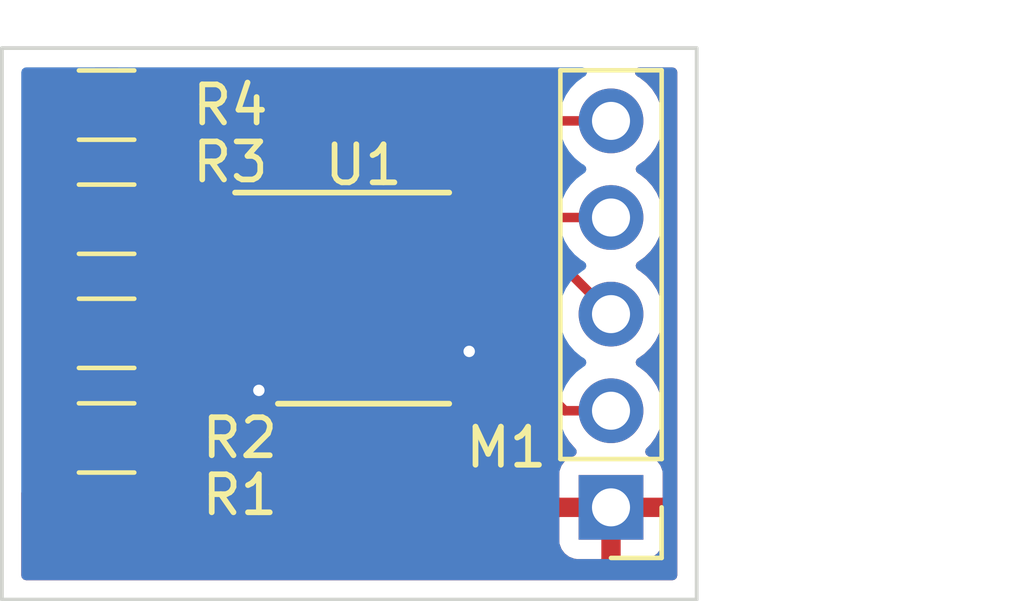
<source format=kicad_pcb>
(kicad_pcb (version 20211014) (generator pcbnew)
  (layers (0 "F.Cu" signal) (31 "B.Cu" signal) (34 "B.Paste" user) (35 "F.Paste" user) (36 "B.SilkS" user "B.Silkscreen") (37 "F.SilkS" user "F.Silkscreen") (38 "B.Mask" user) (39 "F.Mask" user) (44 "Edge.Cuts" user))
  (net 0 "")
  (net 1 "+5V")
  (net 2 "Net-(M1-Pad2)")
  (net 3 "Net-(M1-Pad3)")
  (net 4 "Net-(M1-Pad4)")
  (net 5 "Net-(M1-Pad5)")
  (net 6 "Net-(R1-Pad1)")
  (net 7 "Net-(R2-Pad1)")
  (net 8 "Net-(R3-Pad1)")
  (net 9 "Net-(R4-Pad1)")
  (net 13 "GND")
  (footprint "Resistor_SMD:R_1206_3216Metric" (layer "F.Cu") (at 133.25 87.5 180)
    (fp_text reference "R3" (at -3.25 1.5) (layer "F.SilkS"))
    (fp_text value "4.7K")
    (fp_line (start -0.727064 -0.91) (end 0.727064 -0.91) (layer "F.SilkS") (width 0.12))
    (fp_line (start -0.727064 0.91) (end 0.727064 0.91) (layer "F.SilkS") (width 0.12))
    (pad "1" smd roundrect (at -1.4625 0 180) (size 1.125 1.75) (layers "F.Cu" "F.Paste" "F.Mask") (roundrect_rratio 0.2222222222) (net 8 "Net-(R3-Pad1)"))
    (pad "2" smd roundrect (at 1.4625 0 180) (size 1.125 1.75) (layers "F.Cu" "F.Paste" "F.Mask") (roundrect_rratio 0.2222222222) (net 1 "+5V"))
  )
  (footprint "Package_SO:HTSSOP-16-1EP_4.4x5mm_P0.65mm_EP3.4x5mm" (layer "F.Cu") (at 140 89.625)
    (fp_text reference "U1" (at 0 -3.55) (layer "F.SilkS"))
    (fp_text value "ULN2003A")
    (fp_line (start -2.25 2.725) (end 2.25 2.725) (layer "F.SilkS") (width 0.15))
    (fp_line (start -3.375 -2.825) (end 2.25 -2.825) (layer "F.SilkS") (width 0.15))
    (pad "1" smd rect (at -2.775 -2.275) (size 1.05 0.45) (layers "F.Cu" "F.Paste" "F.Mask") (net 9 "Net-(R4-Pad1)"))
    (pad "2" smd rect (at -2.775 -1.625) (size 1.05 0.45) (layers "F.Cu" "F.Paste" "F.Mask") (net 8 "Net-(R3-Pad1)"))
    (pad "3" smd rect (at -2.775 -0.975) (size 1.05 0.45) (layers "F.Cu" "F.Paste" "F.Mask") (net 7 "Net-(R2-Pad1)"))
    (pad "4" smd rect (at -2.775 -0.325) (size 1.05 0.45) (layers "F.Cu" "F.Paste" "F.Mask") (net 6 "Net-(R1-Pad1)"))
    (pad "5" smd rect (at -2.775 0.325) (size 1.05 0.45) (layers "F.Cu" "F.Paste" "F.Mask"))
    (pad "6" smd rect (at -2.775 0.975) (size 1.05 0.45) (layers "F.Cu" "F.Paste" "F.Mask"))
    (pad "7" smd rect (at -2.775 1.625) (size 1.05 0.45) (layers "F.Cu" "F.Paste" "F.Mask"))
    (pad "8" smd rect (at -2.775 2.275) (size 1.05 0.45) (layers "F.Cu" "F.Paste" "F.Mask") (net 13 "GND"))
    (pad "9" smd rect (at 2.775 2.275) (size 1.05 0.45) (layers "F.Cu" "F.Paste" "F.Mask") (net 1 "+5V"))
    (pad "10" smd rect (at 2.775 1.625) (size 1.05 0.45) (layers "F.Cu" "F.Paste" "F.Mask") (net 13 "GND"))
    (pad "11" smd rect (at 2.775 0.975) (size 1.05 0.45) (layers "F.Cu" "F.Paste" "F.Mask") (net 13 "GND"))
    (pad "12" smd rect (at 2.775 0.325) (size 1.05 0.45) (layers "F.Cu" "F.Paste" "F.Mask") (net 13 "GND"))
    (pad "13" smd rect (at 2.775 -0.325) (size 1.05 0.45) (layers "F.Cu" "F.Paste" "F.Mask") (net 2 "Net-(M1-Pad2)"))
    (pad "14" smd rect (at 2.775 -0.975) (size 1.05 0.45) (layers "F.Cu" "F.Paste" "F.Mask") (net 3 "Net-(M1-Pad3)"))
    (pad "15" smd rect (at 2.775 -1.625) (size 1.05 0.45) (layers "F.Cu" "F.Paste" "F.Mask") (net 4 "Net-(M1-Pad4)"))
    (pad "16" smd rect (at 2.775 -2.275) (size 1.05 0.45) (layers "F.Cu" "F.Paste" "F.Mask") (net 5 "Net-(M1-Pad5)"))
    (pad "17" smd rect (at 0 0) (size 3.4 5) (layers "F.Cu" "F.Mask"))
  )
  (footprint "Resistor_SMD:R_1206_3216Metric" (layer "F.Cu") (at 133.25 90.5 180)
    (fp_text reference "R2" (at -3.5 -2.75) (layer "F.SilkS"))
    (fp_text value "4.7K")
    (fp_line (start -0.727064 -0.91) (end 0.727064 -0.91) (layer "F.SilkS") (width 0.12))
    (fp_line (start -0.727064 0.91) (end 0.727064 0.91) (layer "F.SilkS") (width 0.12))
    (pad "1" smd roundrect (at -1.4625 0 180) (size 1.125 1.75) (layers "F.Cu" "F.Paste" "F.Mask") (roundrect_rratio 0.2222222222) (net 7 "Net-(R2-Pad1)"))
    (pad "2" smd roundrect (at 1.4625 0 180) (size 1.125 1.75) (layers "F.Cu" "F.Paste" "F.Mask") (roundrect_rratio 0.2222222222) (net 1 "+5V"))
  )
  (footprint "Resistor_SMD:R_1206_3216Metric" (layer "F.Cu") (at 133.25 84.5 180)
    (fp_text reference "R4" (at -3.25 0) (layer "F.SilkS"))
    (fp_text value "4.7K")
    (fp_line (start -0.727064 0.91) (end 0.727064 0.91) (layer "F.SilkS") (width 0.12))
    (fp_line (start -0.727064 -0.91) (end 0.727064 -0.91) (layer "F.SilkS") (width 0.12))
    (pad "1" smd roundrect (at -1.4625 0 180) (size 1.125 1.75) (layers "F.Cu" "F.Paste" "F.Mask") (roundrect_rratio 0.2222222222) (net 9 "Net-(R4-Pad1)"))
    (pad "2" smd roundrect (at 1.4625 0 180) (size 1.125 1.75) (layers "F.Cu" "F.Paste" "F.Mask") (roundrect_rratio 0.2222222222) (net 1 "+5V"))
  )
  (footprint "Resistor_SMD:R_1206_3216Metric" (layer "F.Cu") (at 133.25 93.25 180)
    (fp_text reference "R1" (at -3.5 -1.5) (layer "F.SilkS"))
    (fp_text value "4.7K")
    (fp_line (start -0.727064 -0.91) (end 0.727064 -0.91) (layer "F.SilkS") (width 0.12))
    (fp_line (start -0.727064 0.91) (end 0.727064 0.91) (layer "F.SilkS") (width 0.12))
    (pad "1" smd roundrect (at -1.4625 0 180) (size 1.125 1.75) (layers "F.Cu" "F.Paste" "F.Mask") (roundrect_rratio 0.2222222222) (net 6 "Net-(R1-Pad1)"))
    (pad "2" smd roundrect (at 1.4625 0 180) (size 1.125 1.75) (layers "F.Cu" "F.Paste" "F.Mask") (roundrect_rratio 0.2222222222) (net 1 "+5V"))
  )
  (footprint "Connector_PinHeader_2.54mm:PinHeader_1x05_P2.54mm_Vertical" (layer "F.Cu") (at 146.5 95.075 180)
    (fp_text reference "M1" (at 2.75 1.575) (layer "F.SilkS"))
    (fp_text value "Stepper_Motor_unipolar_5pin")
    (fp_line (start -1.33 1.27) (end -1.33 11.49) (layer "F.SilkS") (width 0.12))
    (fp_line (start -1.33 1.27) (end 1.33 1.27) (layer "F.SilkS") (width 0.12))
    (fp_line (start -1.33 0) (end -1.33 -1.33) (layer "F.SilkS") (width 0.12))
    (fp_line (start -1.33 -1.33) (end 0 -1.33) (layer "F.SilkS") (width 0.12))
    (fp_line (start -1.33 11.49) (end 1.33 11.49) (layer "F.SilkS") (width 0.12))
    (fp_line (start 1.33 1.27) (end 1.33 11.49) (layer "F.SilkS") (width 0.12))
    (pad "1" thru_hole rect (at 0 0 180) (size 1.7 1.7) (drill 1) (layers *.Cu *.Mask) (net 1 "+5V"))
    (pad "2" thru_hole oval (at 0 2.54 180) (size 1.7 1.7) (drill 1) (layers *.Cu *.Mask) (net 2 "Net-(M1-Pad2)"))
    (pad "3" thru_hole oval (at 0 5.08 180) (size 1.7 1.7) (drill 1) (layers *.Cu *.Mask) (net 3 "Net-(M1-Pad3)"))
    (pad "4" thru_hole oval (at 0 7.62 180) (size 1.7 1.7) (drill 1) (layers *.Cu *.Mask) (net 4 "Net-(M1-Pad4)"))
    (pad "5" thru_hole oval (at 0 10.16 180) (size 1.7 1.7) (drill 1) (layers *.Cu *.Mask) (net 5 "Net-(M1-Pad5)"))
  )
  (gr_rect (start 130.5 83) (end 148.75 97.5) (layer "Edge.Cuts") (width 0.1) (fill none))
  (segment (start 131.7875 93.25) (end 131.75 93.2875) (width 0.25) (layer "F.Cu") (net 1))
  (segment (start 131.75 93.2875) (end 131.75 95.25) (width 0.25) (layer "F.Cu") (net 1))
  (segment (start 143.65 95.25) (end 143.825 95.075) (width 0.25) (layer "F.Cu") (net 1))
  (segment (start 131.7875 93.25) (end 131.7875 84.5) (width 0.25) (layer "F.Cu") (net 1))
  (segment (start 142.775 94.025) (end 143.825 95.075) (width 0.25) (layer "F.Cu") (net 1))
  (segment (start 131.75 95.25) (end 143.65 95.25) (width 0.25) (layer "F.Cu") (net 1))
  (segment (start 143.825 95.075) (end 146.5 95.075) (width 0.25) (layer "F.Cu") (net 1))
  (segment (start 142.775 91.9) (end 142.775 94.025) (width 0.25) (layer "F.Cu") (net 1))
  (segment (start 144.25 90) (end 144.25 91.5) (width 0.25) (layer "F.Cu") (net 2))
  (segment (start 145.285 92.535) (end 146.5 92.535) (width 0.25) (layer "F.Cu") (net 2))
  (segment (start 142.775 89.3) (end 143.55 89.3) (width 0.25) (layer "F.Cu") (net 2))
  (segment (start 144.25 91.5) (end 145.285 92.535) (width 0.25) (layer "F.Cu") (net 2))
  (segment (start 143.55 89.3) (end 144.25 90) (width 0.25) (layer "F.Cu") (net 2))
  (segment (start 142.775 88.65) (end 145.155 88.65) (width 0.25) (layer "F.Cu") (net 3))
  (segment (start 145.155 88.65) (end 146.5 89.995) (width 0.25) (layer "F.Cu") (net 3))
  (segment (start 143.75 88) (end 144.295 87.455) (width 0.25) (layer "F.Cu") (net 4))
  (segment (start 142.775 88) (end 143.75 88) (width 0.25) (layer "F.Cu") (net 4))
  (segment (start 144.295 87.455) (end 146.5 87.455) (width 0.25) (layer "F.Cu") (net 4))
  (segment (start 142.775 87.35) (end 142.775 85.725) (width 0.25) (layer "F.Cu") (net 5))
  (segment (start 142.775 85.725) (end 143.585 84.915) (width 0.25) (layer "F.Cu") (net 5))
  (segment (start 143.585 84.915) (end 146.5 84.915) (width 0.25) (layer "F.Cu") (net 5))
  (segment (start 136 91.9625) (end 134.7125 93.25) (width 0.25) (layer "F.Cu") (net 6))
  (segment (start 137.225 89.3) (end 136.45 89.3) (width 0.25) (layer "F.Cu") (net 6))
  (segment (start 136 89.75) (end 136 91.9625) (width 0.25) (layer "F.Cu") (net 6))
  (segment (start 136.45 89.3) (end 136 89.75) (width 0.25) (layer "F.Cu") (net 6))
  (segment (start 135.550499 89.549501) (end 135.550499 90.199501) (width 0.25) (layer "F.Cu") (net 7))
  (segment (start 135.25 90.5) (end 134.7125 90.5) (width 0.25) (layer "F.Cu") (net 7))
  (segment (start 136.45 88.65) (end 135.550499 89.549501) (width 0.25) (layer "F.Cu") (net 7))
  (segment (start 135.550499 90.199501) (end 135.25 90.5) (width 0.25) (layer "F.Cu") (net 7))
  (segment (start 137.225 88.65) (end 136.45 88.65) (width 0.25) (layer "F.Cu") (net 7))
  (segment (start 137.225 88) (end 136.25 88) (width 0.25) (layer "F.Cu") (net 8))
  (segment (start 135.75 87.5) (end 134.7125 87.5) (width 0.25) (layer "F.Cu") (net 8))
  (segment (start 136.25 88) (end 135.75 87.5) (width 0.25) (layer "F.Cu") (net 8))
  (segment (start 136.25 84.5) (end 134.7125 84.5) (width 0.25) (layer "F.Cu") (net 9))
  (segment (start 137.225 85.475) (end 136.25 84.5) (width 0.25) (layer "F.Cu") (net 9))
  (segment (start 137.225 87.35) (end 137.225 85.475) (width 0.25) (layer "F.Cu") (net 9))
  (segment (start 142.775 89.95) (end 142.775 90.975) (width 0.25) (layer "F.Cu") (net 13))
  (segment (start 142.775 90.975) (end 142.775 91.25) (width 0.25) (layer "F.Cu") (net 13))
  (via (at 142.775 90.975) (size 0.5) (drill 0.3) (layers "F.Cu" "B.Cu") (net 13))
  (via (at 137.25 92) (size 0.5) (drill 0.3) (layers "F.Cu" "B.Cu") (net 13))
  (segment (start 140.25 92) (end 141.275 90.975) (width 0.25) (layer "B.Cu") (net 13))
  (segment (start 141.275 90.975) (end 142.775 90.975) (width 0.25) (layer "B.Cu") (net 13))
  (segment (start 137.25 92) (end 140.25 92) (width 0.25) (layer "B.Cu") (net 13))
  (zone (net 1) (net_name "+5V") (layer "F.Cu") (connect_pads (clearance 0.508)) (min_thickness 0.254) (fill yes (thermal_gap 0.508) (thermal_bridge_width 0.508))
    (polygon (pts (xy 148.25 97.25) (xy 130.75 97.25) (xy 130.75 83.5) (xy 148.25 83.5)))
  )
  (zone (net 13) (net_name "GND") (layer "B.Cu") (connect_pads (clearance 0.508)) (min_thickness 0.254) (fill yes (thermal_gap 0.508) (thermal_bridge_width 0.508))
    (polygon (pts (xy 148.25 97) (xy 130.75 97) (xy 130.75 83.5) (xy 148.25 83.5)))
  )
)
</source>
